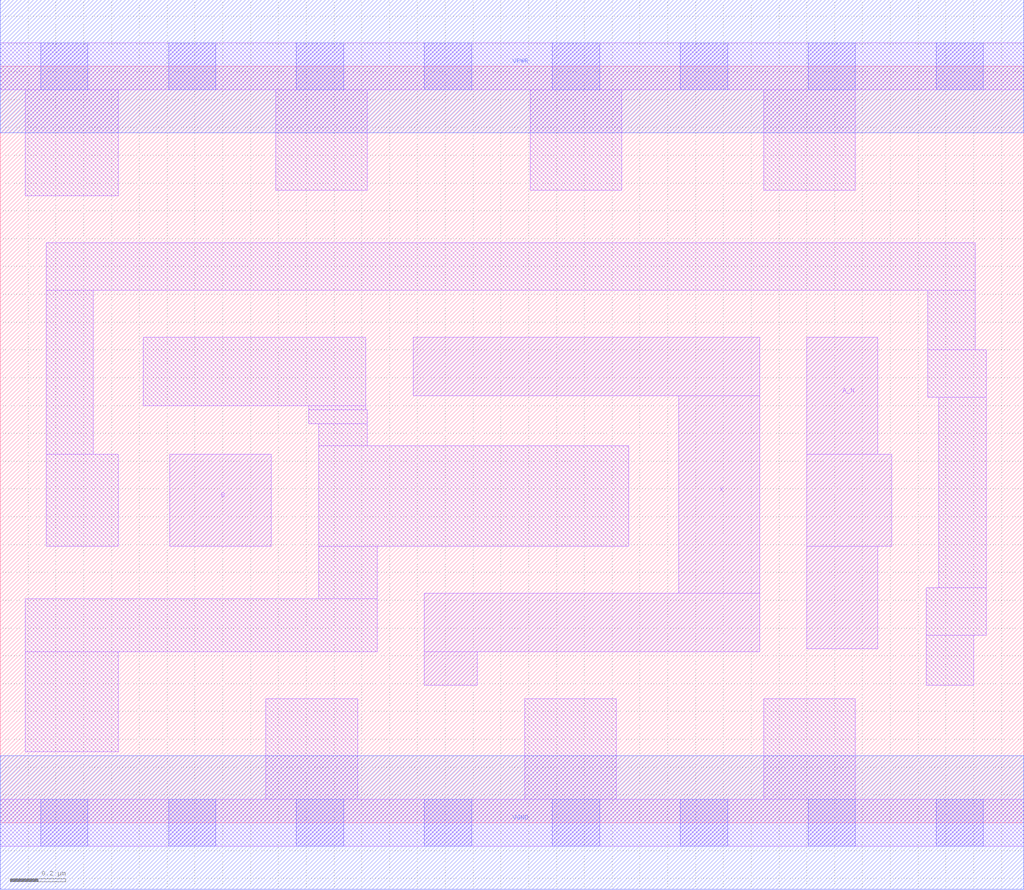
<source format=lef>
# Copyright 2020 The SkyWater PDK Authors
#
# Licensed under the Apache License, Version 2.0 (the "License");
# you may not use this file except in compliance with the License.
# You may obtain a copy of the License at
#
#     https://www.apache.org/licenses/LICENSE-2.0
#
# Unless required by applicable law or agreed to in writing, software
# distributed under the License is distributed on an "AS IS" BASIS,
# WITHOUT WARRANTIES OR CONDITIONS OF ANY KIND, either express or implied.
# See the License for the specific language governing permissions and
# limitations under the License.
#
# SPDX-License-Identifier: Apache-2.0

VERSION 5.7 ;
  NAMESCASESENSITIVE ON ;
  NOWIREEXTENSIONATPIN ON ;
  DIVIDERCHAR "/" ;
  BUSBITCHARS "[]" ;
UNITS
  DATABASE MICRONS 200 ;
END UNITS
MACRO sky130_fd_sc_hd__and2b_4
  CLASS CORE ;
  SOURCE USER ;
  FOREIGN sky130_fd_sc_hd__and2b_4 ;
  ORIGIN  0.000000  0.000000 ;
  SIZE  3.680000 BY  2.720000 ;
  SYMMETRY X Y R90 ;
  SITE unithd ;
  PIN A_N
    ANTENNAGATEAREA  0.126000 ;
    DIRECTION INPUT ;
    USE SIGNAL ;
    PORT
      LAYER li1 ;
        RECT 2.900000 0.625000 3.155000 0.995000 ;
        RECT 2.900000 0.995000 3.205000 1.325000 ;
        RECT 2.900000 1.325000 3.155000 1.745000 ;
    END
  END A_N
  PIN B
    ANTENNAGATEAREA  0.247500 ;
    DIRECTION INPUT ;
    USE SIGNAL ;
    PORT
      LAYER li1 ;
        RECT 0.610000 0.995000 0.975000 1.325000 ;
    END
  END B
  PIN X
    ANTENNADIFFAREA  0.934000 ;
    DIRECTION OUTPUT ;
    USE SIGNAL ;
    PORT
      LAYER li1 ;
        RECT 1.485000 1.535000 2.730000 1.745000 ;
        RECT 1.525000 0.495000 1.715000 0.615000 ;
        RECT 1.525000 0.615000 2.730000 0.825000 ;
        RECT 2.440000 0.825000 2.730000 1.535000 ;
    END
  END X
  PIN VGND
    DIRECTION INOUT ;
    SHAPE ABUTMENT ;
    USE GROUND ;
    PORT
      LAYER met1 ;
        RECT 0.000000 -0.240000 3.680000 0.240000 ;
    END
  END VGND
  PIN VPWR
    DIRECTION INOUT ;
    SHAPE ABUTMENT ;
    USE POWER ;
    PORT
      LAYER met1 ;
        RECT 0.000000 2.480000 3.680000 2.960000 ;
    END
  END VPWR
  OBS
    LAYER li1 ;
      RECT 0.000000 -0.085000 3.680000 0.085000 ;
      RECT 0.000000  2.635000 3.680000 2.805000 ;
      RECT 0.090000  0.255000 0.425000 0.615000 ;
      RECT 0.090000  0.615000 1.355000 0.805000 ;
      RECT 0.090000  2.255000 0.425000 2.635000 ;
      RECT 0.165000  0.995000 0.425000 1.325000 ;
      RECT 0.165000  1.325000 0.335000 1.915000 ;
      RECT 0.165000  1.915000 3.505000 2.085000 ;
      RECT 0.515000  1.500000 1.315000 1.745000 ;
      RECT 0.955000  0.085000 1.285000 0.445000 ;
      RECT 0.990000  2.275000 1.320000 2.635000 ;
      RECT 1.110000  1.435000 1.320000 1.485000 ;
      RECT 1.110000  1.485000 1.315000 1.500000 ;
      RECT 1.145000  0.805000 1.355000 0.995000 ;
      RECT 1.145000  0.995000 2.260000 1.355000 ;
      RECT 1.145000  1.355000 1.320000 1.435000 ;
      RECT 1.885000  0.085000 2.215000 0.445000 ;
      RECT 1.905000  2.275000 2.235000 2.635000 ;
      RECT 2.745000  0.085000 3.075000 0.445000 ;
      RECT 2.745000  2.275000 3.075000 2.635000 ;
      RECT 3.330000  0.495000 3.500000 0.675000 ;
      RECT 3.330000  0.675000 3.545000 0.845000 ;
      RECT 3.335000  1.530000 3.545000 1.700000 ;
      RECT 3.335000  1.700000 3.505000 1.915000 ;
      RECT 3.375000  0.845000 3.545000 1.530000 ;
    LAYER mcon ;
      RECT 0.145000 -0.085000 0.315000 0.085000 ;
      RECT 0.145000  2.635000 0.315000 2.805000 ;
      RECT 0.605000 -0.085000 0.775000 0.085000 ;
      RECT 0.605000  2.635000 0.775000 2.805000 ;
      RECT 1.065000 -0.085000 1.235000 0.085000 ;
      RECT 1.065000  2.635000 1.235000 2.805000 ;
      RECT 1.525000 -0.085000 1.695000 0.085000 ;
      RECT 1.525000  2.635000 1.695000 2.805000 ;
      RECT 1.985000 -0.085000 2.155000 0.085000 ;
      RECT 1.985000  2.635000 2.155000 2.805000 ;
      RECT 2.445000 -0.085000 2.615000 0.085000 ;
      RECT 2.445000  2.635000 2.615000 2.805000 ;
      RECT 2.905000 -0.085000 3.075000 0.085000 ;
      RECT 2.905000  2.635000 3.075000 2.805000 ;
      RECT 3.365000 -0.085000 3.535000 0.085000 ;
      RECT 3.365000  2.635000 3.535000 2.805000 ;
  END
END sky130_fd_sc_hd__and2b_4

</source>
